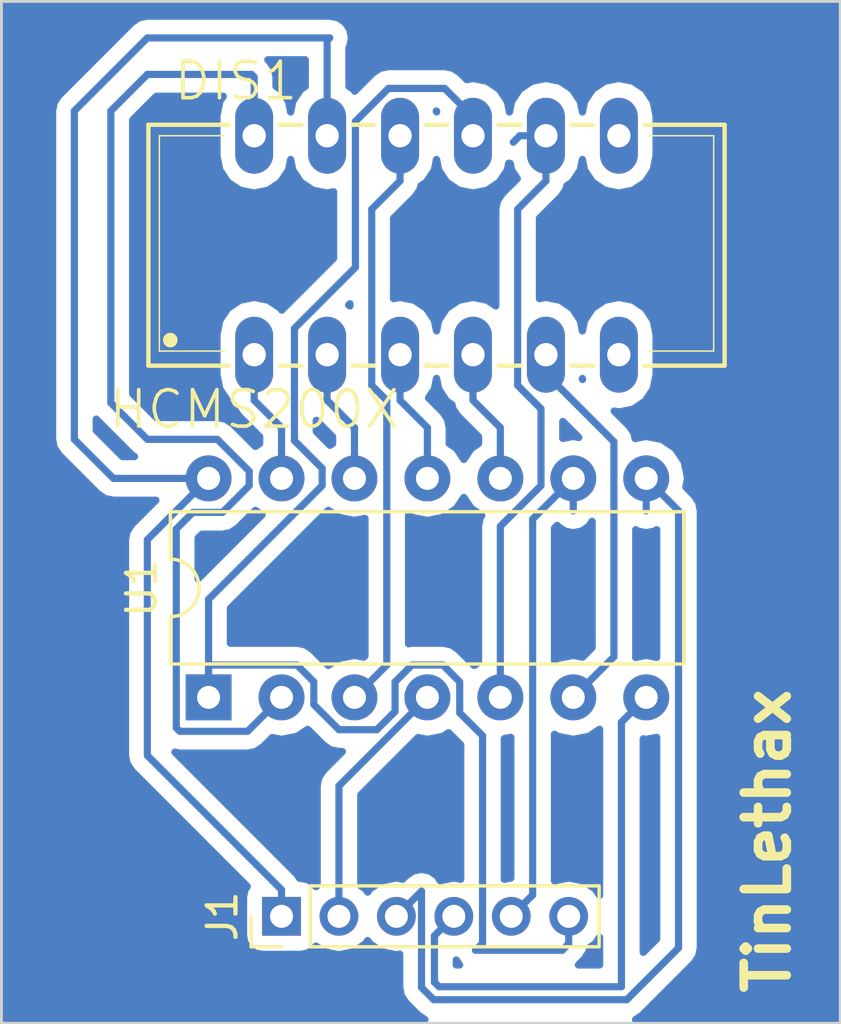
<source format=kicad_pcb>
(kicad_pcb (version 4) (host pcbnew 4.0.7)

  (general
    (links 16)
    (no_connects 0)
    (area 123.19 80.01 152.400001 118.644158)
    (thickness 1.6)
    (drawings 5)
    (tracks 110)
    (zones 0)
    (modules 3)
    (nets 17)
  )

  (page A4)
  (layers
    (0 F.Cu signal)
    (31 B.Cu signal)
    (36 B.SilkS user)
    (37 F.SilkS user)
    (38 B.Mask user)
    (39 F.Mask user)
    (44 Edge.Cuts user)
  )

  (setup
    (last_trace_width 0.1524)
    (trace_clearance 0.1524)
    (zone_clearance 0.508)
    (zone_45_only no)
    (trace_min 0.1524)
    (segment_width 0.2)
    (edge_width 0.1)
    (via_size 0.508)
    (via_drill 0.254)
    (via_min_size 0.508)
    (via_min_drill 0.254)
    (uvia_size 0.508)
    (uvia_drill 0.254)
    (uvias_allowed no)
    (uvia_min_size 0)
    (uvia_min_drill 0)
    (pcb_text_width 0.3)
    (pcb_text_size 1.5 1.5)
    (mod_edge_width 0.15)
    (mod_text_size 1 1)
    (mod_text_width 0.15)
    (pad_size 1.5 1.5)
    (pad_drill 0.6)
    (pad_to_mask_clearance 0.0508)
    (aux_axis_origin 0 0)
    (visible_elements 7FFFFFFF)
    (pcbplotparams
      (layerselection 0x010f0_80000001)
      (usegerberextensions true)
      (excludeedgelayer true)
      (linewidth 0.100000)
      (plotframeref false)
      (viasonmask false)
      (mode 1)
      (useauxorigin false)
      (hpglpennumber 1)
      (hpglpenspeed 20)
      (hpglpendiameter 15)
      (hpglpenoverlay 2)
      (psnegative false)
      (psa4output false)
      (plotreference true)
      (plotvalue true)
      (plotinvisibletext false)
      (padsonsilk false)
      (subtractmaskfromsilk false)
      (outputformat 1)
      (mirror false)
      (drillshape 0)
      (scaleselection 1)
      (outputdirectory gerber/))
  )

  (net 0 "")
  (net 1 "Net-(DIS1-Pad1)")
  (net 2 "Net-(DIS1-Pad2)")
  (net 3 "Net-(DIS1-Pad3)")
  (net 4 "Net-(DIS1-Pad4)")
  (net 5 "Net-(DIS1-Pad5)")
  (net 6 "Net-(DIS1-Pad6)")
  (net 7 "Net-(DIS1-Pad7)")
  (net 8 "Net-(DIS1-Pad8)")
  (net 9 "Net-(DIS1-Pad9)")
  (net 10 "Net-(DIS1-Pad10)")
  (net 11 "Net-(DIS1-Pad11)")
  (net 12 "Net-(DIS1-Pad12)")
  (net 13 "Net-(J1-Pad2)")
  (net 14 "Net-(J1-Pad3)")
  (net 15 "Net-(J1-Pad4)")
  (net 16 "Net-(J1-Pad5)")

  (net_class Default "This is the default net class."
    (clearance 0.1524)
    (trace_width 0.1524)
    (via_dia 0.508)
    (via_drill 0.254)
    (uvia_dia 0.508)
    (uvia_drill 0.254)
    (add_net "Net-(DIS1-Pad1)")
    (add_net "Net-(DIS1-Pad10)")
    (add_net "Net-(DIS1-Pad11)")
    (add_net "Net-(DIS1-Pad12)")
    (add_net "Net-(DIS1-Pad2)")
    (add_net "Net-(DIS1-Pad3)")
    (add_net "Net-(DIS1-Pad4)")
    (add_net "Net-(DIS1-Pad5)")
    (add_net "Net-(DIS1-Pad6)")
    (add_net "Net-(DIS1-Pad7)")
    (add_net "Net-(DIS1-Pad8)")
    (add_net "Net-(DIS1-Pad9)")
    (add_net "Net-(J1-Pad2)")
    (add_net "Net-(J1-Pad3)")
    (add_net "Net-(J1-Pad4)")
    (add_net "Net-(J1-Pad5)")
  )

  (module Housings_DIP:DIP-14_W7.62mm (layer F.Cu) (tedit 59C78D6B) (tstamp 5B5C8959)
    (at 130.4036 104.2289 90)
    (descr "14-lead though-hole mounted DIP package, row spacing 7.62 mm (300 mils)")
    (tags "THT DIP DIL PDIP 2.54mm 7.62mm 300mil")
    (path /5B499ACB)
    (fp_text reference U1 (at 3.81 -2.33 90) (layer F.SilkS)
      (effects (font (size 1 1) (thickness 0.15)))
    )
    (fp_text value ATTINY84A-PU (at 3.81 17.57 90) (layer F.Fab)
      (effects (font (size 1 1) (thickness 0.15)))
    )
    (fp_arc (start 3.81 -1.33) (end 2.81 -1.33) (angle -180) (layer F.SilkS) (width 0.12))
    (fp_line (start 1.635 -1.27) (end 6.985 -1.27) (layer F.Fab) (width 0.1))
    (fp_line (start 6.985 -1.27) (end 6.985 16.51) (layer F.Fab) (width 0.1))
    (fp_line (start 6.985 16.51) (end 0.635 16.51) (layer F.Fab) (width 0.1))
    (fp_line (start 0.635 16.51) (end 0.635 -0.27) (layer F.Fab) (width 0.1))
    (fp_line (start 0.635 -0.27) (end 1.635 -1.27) (layer F.Fab) (width 0.1))
    (fp_line (start 2.81 -1.33) (end 1.16 -1.33) (layer F.SilkS) (width 0.12))
    (fp_line (start 1.16 -1.33) (end 1.16 16.57) (layer F.SilkS) (width 0.12))
    (fp_line (start 1.16 16.57) (end 6.46 16.57) (layer F.SilkS) (width 0.12))
    (fp_line (start 6.46 16.57) (end 6.46 -1.33) (layer F.SilkS) (width 0.12))
    (fp_line (start 6.46 -1.33) (end 4.81 -1.33) (layer F.SilkS) (width 0.12))
    (fp_line (start -1.1 -1.55) (end -1.1 16.8) (layer F.CrtYd) (width 0.05))
    (fp_line (start -1.1 16.8) (end 8.7 16.8) (layer F.CrtYd) (width 0.05))
    (fp_line (start 8.7 16.8) (end 8.7 -1.55) (layer F.CrtYd) (width 0.05))
    (fp_line (start 8.7 -1.55) (end -1.1 -1.55) (layer F.CrtYd) (width 0.05))
    (fp_text user %R (at 3.81 7.62 90) (layer F.Fab)
      (effects (font (size 1 1) (thickness 0.15)))
    )
    (pad 1 thru_hole rect (at 0 0 90) (size 1.6 1.6) (drill 0.8) (layers *.Cu *.Mask)
      (net 9 "Net-(DIS1-Pad9)"))
    (pad 8 thru_hole oval (at 7.62 15.24 90) (size 1.6 1.6) (drill 0.8) (layers *.Cu *.Mask)
      (net 14 "Net-(J1-Pad3)"))
    (pad 2 thru_hole oval (at 0 2.54 90) (size 1.6 1.6) (drill 0.8) (layers *.Cu *.Mask)
      (net 12 "Net-(DIS1-Pad12)"))
    (pad 9 thru_hole oval (at 7.62 12.7 90) (size 1.6 1.6) (drill 0.8) (layers *.Cu *.Mask)
      (net 16 "Net-(J1-Pad5)"))
    (pad 3 thru_hole oval (at 0 5.08 90) (size 1.6 1.6) (drill 0.8) (layers *.Cu *.Mask)
      (net 10 "Net-(DIS1-Pad10)"))
    (pad 10 thru_hole oval (at 7.62 10.16 90) (size 1.6 1.6) (drill 0.8) (layers *.Cu *.Mask)
      (net 4 "Net-(DIS1-Pad4)"))
    (pad 4 thru_hole oval (at 0 7.62 90) (size 1.6 1.6) (drill 0.8) (layers *.Cu *.Mask)
      (net 13 "Net-(J1-Pad2)"))
    (pad 11 thru_hole oval (at 7.62 7.62 90) (size 1.6 1.6) (drill 0.8) (layers *.Cu *.Mask)
      (net 3 "Net-(DIS1-Pad3)"))
    (pad 5 thru_hole oval (at 0 10.16 90) (size 1.6 1.6) (drill 0.8) (layers *.Cu *.Mask)
      (net 8 "Net-(DIS1-Pad8)"))
    (pad 12 thru_hole oval (at 7.62 5.08 90) (size 1.6 1.6) (drill 0.8) (layers *.Cu *.Mask)
      (net 2 "Net-(DIS1-Pad2)"))
    (pad 6 thru_hole oval (at 0 12.7 90) (size 1.6 1.6) (drill 0.8) (layers *.Cu *.Mask)
      (net 5 "Net-(DIS1-Pad5)"))
    (pad 13 thru_hole oval (at 7.62 2.54 90) (size 1.6 1.6) (drill 0.8) (layers *.Cu *.Mask)
      (net 1 "Net-(DIS1-Pad1)"))
    (pad 7 thru_hole oval (at 0 15.24 90) (size 1.6 1.6) (drill 0.8) (layers *.Cu *.Mask)
      (net 15 "Net-(J1-Pad4)"))
    (pad 14 thru_hole oval (at 7.62 0 90) (size 1.6 1.6) (drill 0.8) (layers *.Cu *.Mask)
      (net 11 "Net-(DIS1-Pad11)"))
    (model ${KISYS3DMOD}/Housings_DIP.3dshapes/DIP-14_W7.62mm.wrl
      (at (xyz 0 0 0))
      (scale (xyz 1 1 1))
      (rotate (xyz 0 0 0))
    )
  )

  (module HDSP200X:HCMS200X (layer F.Cu) (tedit 200000) (tstamp 5B5C891D)
    (at 138.3411 88.4936)
    (descr "LED DISPLAY")
    (tags "LED DISPLAY")
    (path /5B499A60)
    (attr virtual)
    (fp_text reference DIS1 (at -6.985 -5.715) (layer F.SilkS)
      (effects (font (size 1.27 1.27) (thickness 0.127)))
    )
    (fp_text value HCMS200X (at -6.35 5.715) (layer F.SilkS)
      (effects (font (size 1.27 1.27) (thickness 0.127)))
    )
    (fp_line (start -8.9154 1.651) (end -8.6614 1.651) (layer Dwgs.User) (width 0.06604))
    (fp_line (start -8.6614 1.651) (end -8.6614 1.397) (layer Dwgs.User) (width 0.06604))
    (fp_line (start -8.9154 1.397) (end -8.6614 1.397) (layer Dwgs.User) (width 0.06604))
    (fp_line (start -8.9154 1.651) (end -8.9154 1.397) (layer Dwgs.User) (width 0.06604))
    (fp_line (start -8.9154 0.889) (end -8.6614 0.889) (layer Dwgs.User) (width 0.06604))
    (fp_line (start -8.6614 0.889) (end -8.6614 0.635) (layer Dwgs.User) (width 0.06604))
    (fp_line (start -8.9154 0.635) (end -8.6614 0.635) (layer Dwgs.User) (width 0.06604))
    (fp_line (start -8.9154 0.889) (end -8.9154 0.635) (layer Dwgs.User) (width 0.06604))
    (fp_line (start -8.9154 0.127) (end -8.6614 0.127) (layer Dwgs.User) (width 0.06604))
    (fp_line (start -8.6614 0.127) (end -8.6614 -0.127) (layer Dwgs.User) (width 0.06604))
    (fp_line (start -8.9154 -0.127) (end -8.6614 -0.127) (layer Dwgs.User) (width 0.06604))
    (fp_line (start -8.9154 0.127) (end -8.9154 -0.127) (layer Dwgs.User) (width 0.06604))
    (fp_line (start -8.9154 -0.635) (end -8.6614 -0.635) (layer Dwgs.User) (width 0.06604))
    (fp_line (start -8.6614 -0.635) (end -8.6614 -0.889) (layer Dwgs.User) (width 0.06604))
    (fp_line (start -8.9154 -0.889) (end -8.6614 -0.889) (layer Dwgs.User) (width 0.06604))
    (fp_line (start -8.9154 -0.635) (end -8.9154 -0.889) (layer Dwgs.User) (width 0.06604))
    (fp_line (start -8.9154 -1.397) (end -8.6614 -1.397) (layer Dwgs.User) (width 0.06604))
    (fp_line (start -8.6614 -1.397) (end -8.6614 -1.651) (layer Dwgs.User) (width 0.06604))
    (fp_line (start -8.9154 -1.651) (end -8.6614 -1.651) (layer Dwgs.User) (width 0.06604))
    (fp_line (start -8.9154 -1.397) (end -8.9154 -1.651) (layer Dwgs.User) (width 0.06604))
    (fp_line (start -8.255 2.413) (end -8.001 2.413) (layer Dwgs.User) (width 0.06604))
    (fp_line (start -8.001 2.413) (end -8.001 2.159) (layer Dwgs.User) (width 0.06604))
    (fp_line (start -8.255 2.159) (end -8.001 2.159) (layer Dwgs.User) (width 0.06604))
    (fp_line (start -8.255 2.413) (end -8.255 2.159) (layer Dwgs.User) (width 0.06604))
    (fp_line (start -8.255 0.889) (end -8.001 0.889) (layer Dwgs.User) (width 0.06604))
    (fp_line (start -8.001 0.889) (end -8.001 0.635) (layer Dwgs.User) (width 0.06604))
    (fp_line (start -8.255 0.635) (end -8.001 0.635) (layer Dwgs.User) (width 0.06604))
    (fp_line (start -8.255 0.889) (end -8.255 0.635) (layer Dwgs.User) (width 0.06604))
    (fp_line (start -8.255 -2.159) (end -8.001 -2.159) (layer Dwgs.User) (width 0.06604))
    (fp_line (start -8.001 -2.159) (end -8.001 -2.413) (layer Dwgs.User) (width 0.06604))
    (fp_line (start -8.255 -2.413) (end -8.001 -2.413) (layer Dwgs.User) (width 0.06604))
    (fp_line (start -8.255 -2.159) (end -8.255 -2.413) (layer Dwgs.User) (width 0.06604))
    (fp_line (start -7.62 2.413) (end -7.366 2.413) (layer Dwgs.User) (width 0.06604))
    (fp_line (start -7.366 2.413) (end -7.366 2.159) (layer Dwgs.User) (width 0.06604))
    (fp_line (start -7.62 2.159) (end -7.366 2.159) (layer Dwgs.User) (width 0.06604))
    (fp_line (start -7.62 2.413) (end -7.62 2.159) (layer Dwgs.User) (width 0.06604))
    (fp_line (start -7.62 0.127) (end -7.366 0.127) (layer Dwgs.User) (width 0.06604))
    (fp_line (start -7.366 0.127) (end -7.366 -0.127) (layer Dwgs.User) (width 0.06604))
    (fp_line (start -7.62 -0.127) (end -7.366 -0.127) (layer Dwgs.User) (width 0.06604))
    (fp_line (start -7.62 0.127) (end -7.62 -0.127) (layer Dwgs.User) (width 0.06604))
    (fp_line (start -7.62 -2.159) (end -7.366 -2.159) (layer Dwgs.User) (width 0.06604))
    (fp_line (start -7.366 -2.159) (end -7.366 -2.413) (layer Dwgs.User) (width 0.06604))
    (fp_line (start -7.62 -2.413) (end -7.366 -2.413) (layer Dwgs.User) (width 0.06604))
    (fp_line (start -7.62 -2.159) (end -7.62 -2.413) (layer Dwgs.User) (width 0.06604))
    (fp_line (start -6.9596 2.413) (end -6.7056 2.413) (layer Dwgs.User) (width 0.06604))
    (fp_line (start -6.7056 2.413) (end -6.7056 2.159) (layer Dwgs.User) (width 0.06604))
    (fp_line (start -6.9596 2.159) (end -6.7056 2.159) (layer Dwgs.User) (width 0.06604))
    (fp_line (start -6.9596 2.413) (end -6.9596 2.159) (layer Dwgs.User) (width 0.06604))
    (fp_line (start -6.9596 -0.635) (end -6.7056 -0.635) (layer Dwgs.User) (width 0.06604))
    (fp_line (start -6.7056 -0.635) (end -6.7056 -0.889) (layer Dwgs.User) (width 0.06604))
    (fp_line (start -6.9596 -0.889) (end -6.7056 -0.889) (layer Dwgs.User) (width 0.06604))
    (fp_line (start -6.9596 -0.635) (end -6.9596 -0.889) (layer Dwgs.User) (width 0.06604))
    (fp_line (start -6.9596 -2.159) (end -6.7056 -2.159) (layer Dwgs.User) (width 0.06604))
    (fp_line (start -6.7056 -2.159) (end -6.7056 -2.413) (layer Dwgs.User) (width 0.06604))
    (fp_line (start -6.9596 -2.413) (end -6.7056 -2.413) (layer Dwgs.User) (width 0.06604))
    (fp_line (start -6.9596 -2.159) (end -6.9596 -2.413) (layer Dwgs.User) (width 0.06604))
    (fp_line (start -6.3246 1.651) (end -6.0706 1.651) (layer Dwgs.User) (width 0.06604))
    (fp_line (start -6.0706 1.651) (end -6.0706 1.397) (layer Dwgs.User) (width 0.06604))
    (fp_line (start -6.3246 1.397) (end -6.0706 1.397) (layer Dwgs.User) (width 0.06604))
    (fp_line (start -6.3246 1.651) (end -6.3246 1.397) (layer Dwgs.User) (width 0.06604))
    (fp_line (start -6.3246 0.889) (end -6.0706 0.889) (layer Dwgs.User) (width 0.06604))
    (fp_line (start -6.0706 0.889) (end -6.0706 0.635) (layer Dwgs.User) (width 0.06604))
    (fp_line (start -6.3246 0.635) (end -6.0706 0.635) (layer Dwgs.User) (width 0.06604))
    (fp_line (start -6.3246 0.889) (end -6.3246 0.635) (layer Dwgs.User) (width 0.06604))
    (fp_line (start -6.3246 0.127) (end -6.0706 0.127) (layer Dwgs.User) (width 0.06604))
    (fp_line (start -6.0706 0.127) (end -6.0706 -0.127) (layer Dwgs.User) (width 0.06604))
    (fp_line (start -6.3246 -0.127) (end -6.0706 -0.127) (layer Dwgs.User) (width 0.06604))
    (fp_line (start -6.3246 0.127) (end -6.3246 -0.127) (layer Dwgs.User) (width 0.06604))
    (fp_line (start -6.3246 -0.635) (end -6.0706 -0.635) (layer Dwgs.User) (width 0.06604))
    (fp_line (start -6.0706 -0.635) (end -6.0706 -0.889) (layer Dwgs.User) (width 0.06604))
    (fp_line (start -6.3246 -0.889) (end -6.0706 -0.889) (layer Dwgs.User) (width 0.06604))
    (fp_line (start -6.3246 -0.635) (end -6.3246 -0.889) (layer Dwgs.User) (width 0.06604))
    (fp_line (start -6.3246 -1.397) (end -6.0706 -1.397) (layer Dwgs.User) (width 0.06604))
    (fp_line (start -6.0706 -1.397) (end -6.0706 -1.651) (layer Dwgs.User) (width 0.06604))
    (fp_line (start -6.3246 -1.651) (end -6.0706 -1.651) (layer Dwgs.User) (width 0.06604))
    (fp_line (start -6.3246 -1.397) (end -6.3246 -1.651) (layer Dwgs.User) (width 0.06604))
    (fp_line (start -3.302 2.413) (end -3.048 2.413) (layer Dwgs.User) (width 0.06604))
    (fp_line (start -3.048 2.413) (end -3.048 2.159) (layer Dwgs.User) (width 0.06604))
    (fp_line (start -3.302 2.159) (end -3.048 2.159) (layer Dwgs.User) (width 0.06604))
    (fp_line (start -3.302 2.413) (end -3.302 2.159) (layer Dwgs.User) (width 0.06604))
    (fp_line (start -3.302 -1.397) (end -3.048 -1.397) (layer Dwgs.User) (width 0.06604))
    (fp_line (start -3.048 -1.397) (end -3.048 -1.651) (layer Dwgs.User) (width 0.06604))
    (fp_line (start -3.302 -1.651) (end -3.048 -1.651) (layer Dwgs.User) (width 0.06604))
    (fp_line (start -3.302 -1.397) (end -3.302 -1.651) (layer Dwgs.User) (width 0.06604))
    (fp_line (start -2.667 2.413) (end -2.413 2.413) (layer Dwgs.User) (width 0.06604))
    (fp_line (start -2.413 2.413) (end -2.413 2.159) (layer Dwgs.User) (width 0.06604))
    (fp_line (start -2.667 2.159) (end -2.413 2.159) (layer Dwgs.User) (width 0.06604))
    (fp_line (start -2.667 2.413) (end -2.667 2.159) (layer Dwgs.User) (width 0.06604))
    (fp_line (start -2.667 1.651) (end -2.413 1.651) (layer Dwgs.User) (width 0.06604))
    (fp_line (start -2.413 1.651) (end -2.413 1.397) (layer Dwgs.User) (width 0.06604))
    (fp_line (start -2.667 1.397) (end -2.413 1.397) (layer Dwgs.User) (width 0.06604))
    (fp_line (start -2.667 1.651) (end -2.667 1.397) (layer Dwgs.User) (width 0.06604))
    (fp_line (start -2.667 0.889) (end -2.413 0.889) (layer Dwgs.User) (width 0.06604))
    (fp_line (start -2.413 0.889) (end -2.413 0.635) (layer Dwgs.User) (width 0.06604))
    (fp_line (start -2.667 0.635) (end -2.413 0.635) (layer Dwgs.User) (width 0.06604))
    (fp_line (start -2.667 0.889) (end -2.667 0.635) (layer Dwgs.User) (width 0.06604))
    (fp_line (start -2.667 0.127) (end -2.413 0.127) (layer Dwgs.User) (width 0.06604))
    (fp_line (start -2.413 0.127) (end -2.413 -0.127) (layer Dwgs.User) (width 0.06604))
    (fp_line (start -2.667 -0.127) (end -2.413 -0.127) (layer Dwgs.User) (width 0.06604))
    (fp_line (start -2.667 0.127) (end -2.667 -0.127) (layer Dwgs.User) (width 0.06604))
    (fp_line (start -2.667 -0.635) (end -2.413 -0.635) (layer Dwgs.User) (width 0.06604))
    (fp_line (start -2.413 -0.635) (end -2.413 -0.889) (layer Dwgs.User) (width 0.06604))
    (fp_line (start -2.667 -0.889) (end -2.413 -0.889) (layer Dwgs.User) (width 0.06604))
    (fp_line (start -2.667 -0.635) (end -2.667 -0.889) (layer Dwgs.User) (width 0.06604))
    (fp_line (start -2.667 -1.397) (end -2.413 -1.397) (layer Dwgs.User) (width 0.06604))
    (fp_line (start -2.413 -1.397) (end -2.413 -1.651) (layer Dwgs.User) (width 0.06604))
    (fp_line (start -2.667 -1.651) (end -2.413 -1.651) (layer Dwgs.User) (width 0.06604))
    (fp_line (start -2.667 -1.397) (end -2.667 -1.651) (layer Dwgs.User) (width 0.06604))
    (fp_line (start -2.667 -2.159) (end -2.413 -2.159) (layer Dwgs.User) (width 0.06604))
    (fp_line (start -2.413 -2.159) (end -2.413 -2.413) (layer Dwgs.User) (width 0.06604))
    (fp_line (start -2.667 -2.413) (end -2.413 -2.413) (layer Dwgs.User) (width 0.06604))
    (fp_line (start -2.667 -2.159) (end -2.667 -2.413) (layer Dwgs.User) (width 0.06604))
    (fp_line (start -2.0066 2.413) (end -1.7526 2.413) (layer Dwgs.User) (width 0.06604))
    (fp_line (start -1.7526 2.413) (end -1.7526 2.159) (layer Dwgs.User) (width 0.06604))
    (fp_line (start -2.0066 2.159) (end -1.7526 2.159) (layer Dwgs.User) (width 0.06604))
    (fp_line (start -2.0066 2.413) (end -2.0066 2.159) (layer Dwgs.User) (width 0.06604))
    (fp_line (start 1.1176 2.413) (end 1.3716 2.413) (layer Dwgs.User) (width 0.06604))
    (fp_line (start 1.3716 2.413) (end 1.3716 2.159) (layer Dwgs.User) (width 0.06604))
    (fp_line (start 1.1176 2.159) (end 1.3716 2.159) (layer Dwgs.User) (width 0.06604))
    (fp_line (start 1.1176 2.413) (end 1.1176 2.159) (layer Dwgs.User) (width 0.06604))
    (fp_line (start 1.1176 1.651) (end 1.3716 1.651) (layer Dwgs.User) (width 0.06604))
    (fp_line (start 1.3716 1.651) (end 1.3716 1.397) (layer Dwgs.User) (width 0.06604))
    (fp_line (start 1.1176 1.397) (end 1.3716 1.397) (layer Dwgs.User) (width 0.06604))
    (fp_line (start 1.1176 1.651) (end 1.1176 1.397) (layer Dwgs.User) (width 0.06604))
    (fp_line (start 1.1176 0.889) (end 1.3716 0.889) (layer Dwgs.User) (width 0.06604))
    (fp_line (start 1.3716 0.889) (end 1.3716 0.635) (layer Dwgs.User) (width 0.06604))
    (fp_line (start 1.1176 0.635) (end 1.3716 0.635) (layer Dwgs.User) (width 0.06604))
    (fp_line (start 1.1176 0.889) (end 1.1176 0.635) (layer Dwgs.User) (width 0.06604))
    (fp_line (start 1.1176 -1.397) (end 1.3716 -1.397) (layer Dwgs.User) (width 0.06604))
    (fp_line (start 1.3716 -1.397) (end 1.3716 -1.651) (layer Dwgs.User) (width 0.06604))
    (fp_line (start 1.1176 -1.651) (end 1.3716 -1.651) (layer Dwgs.User) (width 0.06604))
    (fp_line (start 1.1176 -1.397) (end 1.1176 -1.651) (layer Dwgs.User) (width 0.06604))
    (fp_line (start 1.778 2.413) (end 2.032 2.413) (layer Dwgs.User) (width 0.06604))
    (fp_line (start 2.032 2.413) (end 2.032 2.159) (layer Dwgs.User) (width 0.06604))
    (fp_line (start 1.778 2.159) (end 2.032 2.159) (layer Dwgs.User) (width 0.06604))
    (fp_line (start 1.778 2.413) (end 1.778 2.159) (layer Dwgs.User) (width 0.06604))
    (fp_line (start 1.778 0.127) (end 2.032 0.127) (layer Dwgs.User) (width 0.06604))
    (fp_line (start 2.032 0.127) (end 2.032 -0.127) (layer Dwgs.User) (width 0.06604))
    (fp_line (start 1.778 -0.127) (end 2.032 -0.127) (layer Dwgs.User) (width 0.06604))
    (fp_line (start 1.778 0.127) (end 1.778 -0.127) (layer Dwgs.User) (width 0.06604))
    (fp_line (start 1.778 -2.159) (end 2.032 -2.159) (layer Dwgs.User) (width 0.06604))
    (fp_line (start 2.032 -2.159) (end 2.032 -2.413) (layer Dwgs.User) (width 0.06604))
    (fp_line (start 1.778 -2.413) (end 2.032 -2.413) (layer Dwgs.User) (width 0.06604))
    (fp_line (start 1.778 -2.159) (end 1.778 -2.413) (layer Dwgs.User) (width 0.06604))
    (fp_line (start 2.413 2.413) (end 2.667 2.413) (layer Dwgs.User) (width 0.06604))
    (fp_line (start 2.667 2.413) (end 2.667 2.159) (layer Dwgs.User) (width 0.06604))
    (fp_line (start 2.413 2.159) (end 2.667 2.159) (layer Dwgs.User) (width 0.06604))
    (fp_line (start 2.413 2.413) (end 2.413 2.159) (layer Dwgs.User) (width 0.06604))
    (fp_line (start 2.413 0.127) (end 2.667 0.127) (layer Dwgs.User) (width 0.06604))
    (fp_line (start 2.667 0.127) (end 2.667 -0.127) (layer Dwgs.User) (width 0.06604))
    (fp_line (start 2.413 -0.127) (end 2.667 -0.127) (layer Dwgs.User) (width 0.06604))
    (fp_line (start 2.413 0.127) (end 2.413 -0.127) (layer Dwgs.User) (width 0.06604))
    (fp_line (start 2.413 -2.159) (end 2.667 -2.159) (layer Dwgs.User) (width 0.06604))
    (fp_line (start 2.667 -2.159) (end 2.667 -2.413) (layer Dwgs.User) (width 0.06604))
    (fp_line (start 2.413 -2.413) (end 2.667 -2.413) (layer Dwgs.User) (width 0.06604))
    (fp_line (start 2.413 -2.159) (end 2.413 -2.413) (layer Dwgs.User) (width 0.06604))
    (fp_line (start 3.0734 2.413) (end 3.3274 2.413) (layer Dwgs.User) (width 0.06604))
    (fp_line (start 3.3274 2.413) (end 3.3274 2.159) (layer Dwgs.User) (width 0.06604))
    (fp_line (start 3.0734 2.159) (end 3.3274 2.159) (layer Dwgs.User) (width 0.06604))
    (fp_line (start 3.0734 2.413) (end 3.0734 2.159) (layer Dwgs.User) (width 0.06604))
    (fp_line (start 3.0734 0.127) (end 3.3274 0.127) (layer Dwgs.User) (width 0.06604))
    (fp_line (start 3.3274 0.127) (end 3.3274 -0.127) (layer Dwgs.User) (width 0.06604))
    (fp_line (start 3.0734 -0.127) (end 3.3274 -0.127) (layer Dwgs.User) (width 0.06604))
    (fp_line (start 3.0734 0.127) (end 3.0734 -0.127) (layer Dwgs.User) (width 0.06604))
    (fp_line (start 3.0734 -2.159) (end 3.3274 -2.159) (layer Dwgs.User) (width 0.06604))
    (fp_line (start 3.3274 -2.159) (end 3.3274 -2.413) (layer Dwgs.User) (width 0.06604))
    (fp_line (start 3.0734 -2.413) (end 3.3274 -2.413) (layer Dwgs.User) (width 0.06604))
    (fp_line (start 3.0734 -2.159) (end 3.0734 -2.413) (layer Dwgs.User) (width 0.06604))
    (fp_line (start 3.7084 2.413) (end 3.9624 2.413) (layer Dwgs.User) (width 0.06604))
    (fp_line (start 3.9624 2.413) (end 3.9624 2.159) (layer Dwgs.User) (width 0.06604))
    (fp_line (start 3.7084 2.159) (end 3.9624 2.159) (layer Dwgs.User) (width 0.06604))
    (fp_line (start 3.7084 2.413) (end 3.7084 2.159) (layer Dwgs.User) (width 0.06604))
    (fp_line (start 3.7084 -0.635) (end 3.9624 -0.635) (layer Dwgs.User) (width 0.06604))
    (fp_line (start 3.9624 -0.635) (end 3.9624 -0.889) (layer Dwgs.User) (width 0.06604))
    (fp_line (start 3.7084 -0.889) (end 3.9624 -0.889) (layer Dwgs.User) (width 0.06604))
    (fp_line (start 3.7084 -0.635) (end 3.7084 -0.889) (layer Dwgs.User) (width 0.06604))
    (fp_line (start 3.7084 -1.397) (end 3.9624 -1.397) (layer Dwgs.User) (width 0.06604))
    (fp_line (start 3.9624 -1.397) (end 3.9624 -1.651) (layer Dwgs.User) (width 0.06604))
    (fp_line (start 3.7084 -1.651) (end 3.9624 -1.651) (layer Dwgs.User) (width 0.06604))
    (fp_line (start 3.7084 -1.397) (end 3.7084 -1.651) (layer Dwgs.User) (width 0.06604))
    (fp_line (start 6.0706 1.651) (end 6.3246 1.651) (layer Dwgs.User) (width 0.06604))
    (fp_line (start 6.3246 1.651) (end 6.3246 1.397) (layer Dwgs.User) (width 0.06604))
    (fp_line (start 6.0706 1.397) (end 6.3246 1.397) (layer Dwgs.User) (width 0.06604))
    (fp_line (start 6.0706 1.651) (end 6.0706 1.397) (layer Dwgs.User) (width 0.06604))
    (fp_line (start 6.0706 -1.397) (end 6.3246 -1.397) (layer Dwgs.User) (width 0.06604))
    (fp_line (start 6.3246 -1.397) (end 6.3246 -1.651) (layer Dwgs.User) (width 0.06604))
    (fp_line (start 6.0706 -1.651) (end 6.3246 -1.651) (layer Dwgs.User) (width 0.06604))
    (fp_line (start 6.0706 -1.397) (end 6.0706 -1.651) (layer Dwgs.User) (width 0.06604))
    (fp_line (start 6.731 2.413) (end 6.985 2.413) (layer Dwgs.User) (width 0.06604))
    (fp_line (start 6.985 2.413) (end 6.985 2.159) (layer Dwgs.User) (width 0.06604))
    (fp_line (start 6.731 2.159) (end 6.985 2.159) (layer Dwgs.User) (width 0.06604))
    (fp_line (start 6.731 2.413) (end 6.731 2.159) (layer Dwgs.User) (width 0.06604))
    (fp_line (start 6.731 -2.159) (end 6.985 -2.159) (layer Dwgs.User) (width 0.06604))
    (fp_line (start 6.985 -2.159) (end 6.985 -2.413) (layer Dwgs.User) (width 0.06604))
    (fp_line (start 6.731 -2.413) (end 6.985 -2.413) (layer Dwgs.User) (width 0.06604))
    (fp_line (start 6.731 -2.159) (end 6.731 -2.413) (layer Dwgs.User) (width 0.06604))
    (fp_line (start 7.366 2.413) (end 7.62 2.413) (layer Dwgs.User) (width 0.06604))
    (fp_line (start 7.62 2.413) (end 7.62 2.159) (layer Dwgs.User) (width 0.06604))
    (fp_line (start 7.366 2.159) (end 7.62 2.159) (layer Dwgs.User) (width 0.06604))
    (fp_line (start 7.366 2.413) (end 7.366 2.159) (layer Dwgs.User) (width 0.06604))
    (fp_line (start 7.366 0.127) (end 7.62 0.127) (layer Dwgs.User) (width 0.06604))
    (fp_line (start 7.62 0.127) (end 7.62 -0.127) (layer Dwgs.User) (width 0.06604))
    (fp_line (start 7.366 -0.127) (end 7.62 -0.127) (layer Dwgs.User) (width 0.06604))
    (fp_line (start 7.366 0.127) (end 7.366 -0.127) (layer Dwgs.User) (width 0.06604))
    (fp_line (start 7.366 -2.159) (end 7.62 -2.159) (layer Dwgs.User) (width 0.06604))
    (fp_line (start 7.62 -2.159) (end 7.62 -2.413) (layer Dwgs.User) (width 0.06604))
    (fp_line (start 7.366 -2.413) (end 7.62 -2.413) (layer Dwgs.User) (width 0.06604))
    (fp_line (start 7.366 -2.159) (end 7.366 -2.413) (layer Dwgs.User) (width 0.06604))
    (fp_line (start 8.0264 2.413) (end 8.2804 2.413) (layer Dwgs.User) (width 0.06604))
    (fp_line (start 8.2804 2.413) (end 8.2804 2.159) (layer Dwgs.User) (width 0.06604))
    (fp_line (start 8.0264 2.159) (end 8.2804 2.159) (layer Dwgs.User) (width 0.06604))
    (fp_line (start 8.0264 2.413) (end 8.0264 2.159) (layer Dwgs.User) (width 0.06604))
    (fp_line (start 8.0264 0.127) (end 8.2804 0.127) (layer Dwgs.User) (width 0.06604))
    (fp_line (start 8.2804 0.127) (end 8.2804 -0.127) (layer Dwgs.User) (width 0.06604))
    (fp_line (start 8.0264 -0.127) (end 8.2804 -0.127) (layer Dwgs.User) (width 0.06604))
    (fp_line (start 8.0264 0.127) (end 8.0264 -0.127) (layer Dwgs.User) (width 0.06604))
    (fp_line (start 8.0264 -2.159) (end 8.2804 -2.159) (layer Dwgs.User) (width 0.06604))
    (fp_line (start 8.2804 -2.159) (end 8.2804 -2.413) (layer Dwgs.User) (width 0.06604))
    (fp_line (start 8.0264 -2.413) (end 8.2804 -2.413) (layer Dwgs.User) (width 0.06604))
    (fp_line (start 8.0264 -2.159) (end 8.0264 -2.413) (layer Dwgs.User) (width 0.06604))
    (fp_line (start 8.6614 1.651) (end 8.9154 1.651) (layer Dwgs.User) (width 0.06604))
    (fp_line (start 8.9154 1.651) (end 8.9154 1.397) (layer Dwgs.User) (width 0.06604))
    (fp_line (start 8.6614 1.397) (end 8.9154 1.397) (layer Dwgs.User) (width 0.06604))
    (fp_line (start 8.6614 1.651) (end 8.6614 1.397) (layer Dwgs.User) (width 0.06604))
    (fp_line (start 8.6614 0.889) (end 8.9154 0.889) (layer Dwgs.User) (width 0.06604))
    (fp_line (start 8.9154 0.889) (end 8.9154 0.635) (layer Dwgs.User) (width 0.06604))
    (fp_line (start 8.6614 0.635) (end 8.9154 0.635) (layer Dwgs.User) (width 0.06604))
    (fp_line (start 8.6614 0.889) (end 8.6614 0.635) (layer Dwgs.User) (width 0.06604))
    (fp_line (start 8.6614 -0.635) (end 8.9154 -0.635) (layer Dwgs.User) (width 0.06604))
    (fp_line (start 8.9154 -0.635) (end 8.9154 -0.889) (layer Dwgs.User) (width 0.06604))
    (fp_line (start 8.6614 -0.889) (end 8.9154 -0.889) (layer Dwgs.User) (width 0.06604))
    (fp_line (start 8.6614 -0.635) (end 8.6614 -0.889) (layer Dwgs.User) (width 0.06604))
    (fp_line (start 8.6614 -1.397) (end 8.9154 -1.397) (layer Dwgs.User) (width 0.06604))
    (fp_line (start 8.9154 -1.397) (end 8.9154 -1.651) (layer Dwgs.User) (width 0.06604))
    (fp_line (start 8.6614 -1.651) (end 8.9154 -1.651) (layer Dwgs.User) (width 0.06604))
    (fp_line (start 8.6614 -1.397) (end 8.6614 -1.651) (layer Dwgs.User) (width 0.06604))
    (fp_line (start 10.033 4.191) (end 10.033 -4.191) (layer F.SilkS) (width 0.1524))
    (fp_line (start -10.033 -4.191) (end -10.033 4.191) (layer F.SilkS) (width 0.1524))
    (fp_line (start -9.652 3.683) (end -9.652 -3.81) (layer F.SilkS) (width 0.0508))
    (fp_line (start 9.652 -3.81) (end 9.652 3.683) (layer F.SilkS) (width 0.0508))
    (fp_line (start 10.033 4.191) (end 7.23646 4.191) (layer F.SilkS) (width 0.1524))
    (fp_line (start 5.461 4.191) (end 7.23646 4.191) (layer Dwgs.User) (width 0.1524))
    (fp_line (start 5.461 4.191) (end 4.699 4.191) (layer F.SilkS) (width 0.1524))
    (fp_line (start 4.699 4.191) (end 2.921 4.191) (layer Dwgs.User) (width 0.1524))
    (fp_line (start 2.921 4.191) (end 2.159 4.191) (layer F.SilkS) (width 0.1524))
    (fp_line (start 2.159 4.191) (end 0.381 4.191) (layer Dwgs.User) (width 0.1524))
    (fp_line (start 0.381 4.191) (end -0.381 4.191) (layer F.SilkS) (width 0.1524))
    (fp_line (start -0.381 4.191) (end -2.159 4.191) (layer Dwgs.User) (width 0.1524))
    (fp_line (start -2.159 4.191) (end -2.921 4.191) (layer F.SilkS) (width 0.1524))
    (fp_line (start -4.699 4.191) (end -2.921 4.191) (layer Dwgs.User) (width 0.1524))
    (fp_line (start -4.699 4.191) (end -5.461 4.191) (layer F.SilkS) (width 0.1524))
    (fp_line (start -5.461 4.191) (end -7.23646 4.191) (layer Dwgs.User) (width 0.1524))
    (fp_line (start -7.23646 4.191) (end -10.033 4.191) (layer F.SilkS) (width 0.1524))
    (fp_line (start 10.033 -4.191) (end 7.23646 -4.191) (layer F.SilkS) (width 0.1524))
    (fp_line (start 5.461 -4.191) (end 7.23646 -4.191) (layer Dwgs.User) (width 0.1524))
    (fp_line (start 5.461 -4.191) (end 4.699 -4.191) (layer F.SilkS) (width 0.1524))
    (fp_line (start 4.699 -4.191) (end 2.921 -4.191) (layer Dwgs.User) (width 0.1524))
    (fp_line (start 2.921 -4.191) (end 2.159 -4.191) (layer F.SilkS) (width 0.1524))
    (fp_line (start 0.381 -4.191) (end 2.159 -4.191) (layer Dwgs.User) (width 0.1524))
    (fp_line (start 0.381 -4.191) (end -0.381 -4.191) (layer F.SilkS) (width 0.1524))
    (fp_line (start -0.381 -4.191) (end -2.159 -4.191) (layer Dwgs.User) (width 0.1524))
    (fp_line (start -2.159 -4.191) (end -2.921 -4.191) (layer F.SilkS) (width 0.1524))
    (fp_line (start -4.699 -4.191) (end -2.921 -4.191) (layer Dwgs.User) (width 0.1524))
    (fp_line (start -4.699 -4.191) (end -5.461 -4.191) (layer F.SilkS) (width 0.1524))
    (fp_line (start -7.23646 -4.191) (end -5.461 -4.191) (layer Dwgs.User) (width 0.1524))
    (fp_line (start -7.23646 -4.191) (end -10.033 -4.191) (layer F.SilkS) (width 0.1524))
    (fp_line (start 9.652 -3.81) (end 7.366 -3.81) (layer F.SilkS) (width 0.0508))
    (fp_line (start -7.366 -3.81) (end 7.366 -3.81) (layer Dwgs.User) (width 0.0508))
    (fp_line (start -7.366 -3.81) (end -9.652 -3.81) (layer F.SilkS) (width 0.0508))
    (fp_line (start 9.652 3.683) (end 7.366 3.683) (layer F.SilkS) (width 0.0508))
    (fp_line (start -7.366 3.683) (end 7.366 3.683) (layer Dwgs.User) (width 0.0508))
    (fp_line (start -7.366 3.683) (end -9.652 3.683) (layer F.SilkS) (width 0.0508))
    (fp_circle (center -9.271 3.302) (end -9.271 3.175) (layer F.SilkS) (width 0.254))
    (pad 1 thru_hole oval (at -6.35 3.81 180) (size 1.3208 2.6416) (drill 0.8128) (layers *.Cu *.Paste *.Mask)
      (net 1 "Net-(DIS1-Pad1)"))
    (pad 2 thru_hole oval (at -3.81 3.81 180) (size 1.3208 2.6416) (drill 0.8128) (layers *.Cu *.Paste *.Mask)
      (net 2 "Net-(DIS1-Pad2)"))
    (pad 3 thru_hole oval (at -1.27 3.81 180) (size 1.3208 2.6416) (drill 0.8128) (layers *.Cu *.Paste *.Mask)
      (net 3 "Net-(DIS1-Pad3)"))
    (pad 4 thru_hole oval (at 1.27 3.81 180) (size 1.3208 2.6416) (drill 0.8128) (layers *.Cu *.Paste *.Mask)
      (net 4 "Net-(DIS1-Pad4)"))
    (pad 5 thru_hole oval (at 3.81 3.81 180) (size 1.3208 2.6416) (drill 0.8128) (layers *.Cu *.Paste *.Mask)
      (net 5 "Net-(DIS1-Pad5)"))
    (pad 6 thru_hole oval (at 6.35 3.81 180) (size 1.3208 2.6416) (drill 0.8128) (layers *.Cu *.Paste *.Mask)
      (net 6 "Net-(DIS1-Pad6)"))
    (pad 7 thru_hole oval (at 6.35 -3.81 180) (size 1.3208 2.6416) (drill 0.8128) (layers *.Cu *.Paste *.Mask)
      (net 7 "Net-(DIS1-Pad7)"))
    (pad 8 thru_hole oval (at 3.81 -3.81 180) (size 1.3208 2.6416) (drill 0.8128) (layers *.Cu *.Paste *.Mask)
      (net 8 "Net-(DIS1-Pad8)"))
    (pad 9 thru_hole oval (at 1.27 -3.81 180) (size 1.3208 2.6416) (drill 0.8128) (layers *.Cu *.Paste *.Mask)
      (net 9 "Net-(DIS1-Pad9)"))
    (pad 10 thru_hole oval (at -1.27 -3.81 180) (size 1.3208 2.6416) (drill 0.8128) (layers *.Cu *.Paste *.Mask)
      (net 10 "Net-(DIS1-Pad10)"))
    (pad 11 thru_hole oval (at -3.81 -3.81 180) (size 1.3208 2.6416) (drill 0.8128) (layers *.Cu *.Paste *.Mask)
      (net 11 "Net-(DIS1-Pad11)"))
    (pad 12 thru_hole oval (at -6.35 -3.81 180) (size 1.3208 2.6416) (drill 0.8128) (layers *.Cu *.Paste *.Mask)
      (net 12 "Net-(DIS1-Pad12)"))
  )

  (module Pin_Headers:Pin_Header_Straight_1x06_Pitch2.00mm (layer F.Cu) (tedit 59650533) (tstamp 5B5C8937)
    (at 132.9436 111.8489 90)
    (descr "Through hole straight pin header, 1x06, 2.00mm pitch, single row")
    (tags "Through hole pin header THT 1x06 2.00mm single row")
    (path /5B499F02)
    (fp_text reference J1 (at 0 -2.06 90) (layer F.SilkS)
      (effects (font (size 1 1) (thickness 0.15)))
    )
    (fp_text value Conn_01x06_Male (at 0 12.06 90) (layer F.Fab)
      (effects (font (size 1 1) (thickness 0.15)))
    )
    (fp_line (start -0.5 -1) (end 1 -1) (layer F.Fab) (width 0.1))
    (fp_line (start 1 -1) (end 1 11) (layer F.Fab) (width 0.1))
    (fp_line (start 1 11) (end -1 11) (layer F.Fab) (width 0.1))
    (fp_line (start -1 11) (end -1 -0.5) (layer F.Fab) (width 0.1))
    (fp_line (start -1 -0.5) (end -0.5 -1) (layer F.Fab) (width 0.1))
    (fp_line (start -1.06 11.06) (end 1.06 11.06) (layer F.SilkS) (width 0.12))
    (fp_line (start -1.06 1) (end -1.06 11.06) (layer F.SilkS) (width 0.12))
    (fp_line (start 1.06 1) (end 1.06 11.06) (layer F.SilkS) (width 0.12))
    (fp_line (start -1.06 1) (end 1.06 1) (layer F.SilkS) (width 0.12))
    (fp_line (start -1.06 0) (end -1.06 -1.06) (layer F.SilkS) (width 0.12))
    (fp_line (start -1.06 -1.06) (end 0 -1.06) (layer F.SilkS) (width 0.12))
    (fp_line (start -1.5 -1.5) (end -1.5 11.5) (layer F.CrtYd) (width 0.05))
    (fp_line (start -1.5 11.5) (end 1.5 11.5) (layer F.CrtYd) (width 0.05))
    (fp_line (start 1.5 11.5) (end 1.5 -1.5) (layer F.CrtYd) (width 0.05))
    (fp_line (start 1.5 -1.5) (end -1.5 -1.5) (layer F.CrtYd) (width 0.05))
    (fp_text user %R (at 0 5 180) (layer F.Fab)
      (effects (font (size 1 1) (thickness 0.15)))
    )
    (pad 1 thru_hole rect (at 0 0 90) (size 1.35 1.35) (drill 0.8) (layers *.Cu *.Mask)
      (net 11 "Net-(DIS1-Pad11)"))
    (pad 2 thru_hole oval (at 0 2 90) (size 1.35 1.35) (drill 0.8) (layers *.Cu *.Mask)
      (net 13 "Net-(J1-Pad2)"))
    (pad 3 thru_hole oval (at 0 4 90) (size 1.35 1.35) (drill 0.8) (layers *.Cu *.Mask)
      (net 14 "Net-(J1-Pad3)"))
    (pad 4 thru_hole oval (at 0 6 90) (size 1.35 1.35) (drill 0.8) (layers *.Cu *.Mask)
      (net 15 "Net-(J1-Pad4)"))
    (pad 5 thru_hole oval (at 0 8 90) (size 1.35 1.35) (drill 0.8) (layers *.Cu *.Mask)
      (net 16 "Net-(J1-Pad5)"))
    (pad 6 thru_hole oval (at 0 10 90) (size 1.35 1.35) (drill 0.8) (layers *.Cu *.Mask)
      (net 9 "Net-(DIS1-Pad9)"))
    (model ${KISYS3DMOD}/Pin_Headers.3dshapes/Pin_Header_Straight_1x06_Pitch2.00mm.wrl
      (at (xyz 0 0 0))
      (scale (xyz 1 1 1))
      (rotate (xyz 0 0 0))
    )
  )

  (gr_line (start 123.19 115.57) (end 123.19 80.01) (layer Edge.Cuts) (width 0.1))
  (gr_line (start 152.4 115.57) (end 123.19 115.57) (layer Edge.Cuts) (width 0.1))
  (gr_line (start 152.4 80.01) (end 152.4 115.57) (layer Edge.Cuts) (width 0.1))
  (gr_line (start 123.19 80.01) (end 152.4 80.01) (layer Edge.Cuts) (width 0.1))
  (gr_text TinLethax (at 149.86 109.22 90) (layer F.SilkS)
    (effects (font (size 1.5 1.5) (thickness 0.3)))
  )

  (segment (start 132.9436 94.8436) (end 131.9911 93.8911) (width 0.25) (layer B.Cu) (net 1))
  (segment (start 131.9911 93.8911) (end 131.9911 92.3036) (width 0.25) (layer B.Cu) (net 1))
  (segment (start 132.9436 96.6089) (end 132.9436 94.8436) (width 0.25) (layer B.Cu) (net 1))
  (segment (start 135.4836 94.8436) (end 134.5311 93.8911) (width 0.25) (layer B.Cu) (net 2))
  (segment (start 134.5311 93.8911) (end 134.5311 92.3036) (width 0.25) (layer B.Cu) (net 2))
  (segment (start 135.4836 96.6089) (end 135.4836 94.8436) (width 0.25) (layer B.Cu) (net 2))
  (segment (start 138.0236 94.8436) (end 137.0711 93.8911) (width 0.25) (layer B.Cu) (net 3))
  (segment (start 137.0711 93.8911) (end 137.0711 92.3036) (width 0.25) (layer B.Cu) (net 3))
  (segment (start 138.0236 96.6089) (end 138.0236 94.8436) (width 0.25) (layer B.Cu) (net 3))
  (segment (start 137.0711 92.3036) (end 137.0711 92.964) (width 0.25) (layer B.Cu) (net 3))
  (segment (start 140.5636 94.8436) (end 139.6111 93.8911) (width 0.25) (layer B.Cu) (net 4))
  (segment (start 139.6111 93.8911) (end 139.6111 92.3036) (width 0.25) (layer B.Cu) (net 4))
  (segment (start 140.5636 96.6089) (end 140.5636 94.8436) (width 0.25) (layer B.Cu) (net 4))
  (segment (start 143.1036 104.2289) (end 144.518599 102.813901) (width 0.25) (layer B.Cu) (net 5))
  (segment (start 144.518599 102.813901) (end 144.518599 95.331499) (width 0.25) (layer B.Cu) (net 5))
  (segment (start 144.518599 95.331499) (end 142.1511 92.964) (width 0.25) (layer B.Cu) (net 5))
  (segment (start 142.1511 92.964) (end 142.1511 92.3036) (width 0.25) (layer B.Cu) (net 5))
  (segment (start 140.5636 104.2289) (end 140.5636 98.273902) (width 0.25) (layer B.Cu) (net 8))
  (segment (start 140.5636 98.273902) (end 141.978599 96.858903) (width 0.25) (layer B.Cu) (net 8))
  (segment (start 141.16569 93.37217) (end 141.16569 87.23981) (width 0.25) (layer B.Cu) (net 8))
  (segment (start 141.978599 96.858903) (end 141.978599 94.185079) (width 0.25) (layer B.Cu) (net 8))
  (segment (start 141.978599 94.185079) (end 141.16569 93.37217) (width 0.25) (layer B.Cu) (net 8))
  (segment (start 141.16569 87.23981) (end 142.1511 86.2544) (width 0.25) (layer B.Cu) (net 8))
  (segment (start 142.1511 86.2544) (end 142.1511 84.6836) (width 0.25) (layer B.Cu) (net 8))
  (segment (start 141.2407 84.6836) (end 141.01361 84.91069) (width 0.25) (layer B.Cu) (net 8))
  (segment (start 142.1511 84.6836) (end 141.2407 84.6836) (width 0.25) (layer B.Cu) (net 8))
  (segment (start 139.7 113.03) (end 139.9436 112.7864) (width 0.25) (layer B.Cu) (net 9))
  (segment (start 137.483599 103.103899) (end 136.898599 103.688899) (width 0.25) (layer B.Cu) (net 9))
  (segment (start 136.898599 104.717491) (end 136.262189 105.353901) (width 0.25) (layer B.Cu) (net 9))
  (segment (start 134.068601 103.688899) (end 133.483601 103.103899) (width 0.25) (layer B.Cu) (net 9))
  (segment (start 139.9436 112.7864) (end 139.9436 105.5639) (width 0.25) (layer B.Cu) (net 9))
  (segment (start 139.9436 105.5639) (end 139.148601 104.768901) (width 0.25) (layer B.Cu) (net 9))
  (segment (start 139.148601 103.688899) (end 138.563601 103.103899) (width 0.25) (layer B.Cu) (net 9))
  (segment (start 136.262189 105.353901) (end 134.943599 105.353901) (width 0.25) (layer B.Cu) (net 9))
  (segment (start 139.148601 104.768901) (end 139.148601 103.688899) (width 0.25) (layer B.Cu) (net 9))
  (segment (start 138.563601 103.103899) (end 137.483599 103.103899) (width 0.25) (layer B.Cu) (net 9))
  (segment (start 136.898599 103.688899) (end 136.898599 104.717491) (width 0.25) (layer B.Cu) (net 9))
  (segment (start 134.943599 105.353901) (end 134.068601 104.478903) (width 0.25) (layer B.Cu) (net 9))
  (segment (start 134.068601 104.478903) (end 134.068601 103.688899) (width 0.25) (layer B.Cu) (net 9))
  (segment (start 133.483601 103.103899) (end 130.478601 103.103899) (width 0.25) (layer B.Cu) (net 9))
  (segment (start 130.478601 103.103899) (end 130.4036 103.1789) (width 0.25) (layer B.Cu) (net 9))
  (segment (start 130.4036 103.1789) (end 130.4036 104.2289) (width 0.25) (layer B.Cu) (net 9))
  (segment (start 142.717094 113.03) (end 139.7 113.03) (width 0.25) (layer B.Cu) (net 9))
  (segment (start 142.9436 111.8489) (end 142.9436 112.803494) (width 0.25) (layer B.Cu) (net 9))
  (segment (start 142.9436 112.803494) (end 142.717094 113.03) (width 0.25) (layer B.Cu) (net 9))
  (segment (start 139.6111 84.6836) (end 139.6111 84.0232) (width 0.25) (layer B.Cu) (net 9))
  (segment (start 139.6111 84.0232) (end 138.62569 83.03779) (width 0.25) (layer B.Cu) (net 9))
  (segment (start 133.39361 95.29361) (end 134.358599 96.258599) (width 0.25) (layer B.Cu) (net 9))
  (segment (start 138.62569 83.03779) (end 136.66293 83.03779) (width 0.25) (layer B.Cu) (net 9))
  (segment (start 136.66293 83.03779) (end 135.51651 84.18421) (width 0.25) (layer B.Cu) (net 9))
  (segment (start 135.51651 84.18421) (end 135.51651 89.26421) (width 0.25) (layer B.Cu) (net 9))
  (segment (start 135.51651 89.26421) (end 133.39361 91.38711) (width 0.25) (layer B.Cu) (net 9))
  (segment (start 133.39361 91.38711) (end 133.39361 95.29361) (width 0.25) (layer B.Cu) (net 9))
  (segment (start 130.4036 100.813902) (end 130.4036 104.2289) (width 0.25) (layer B.Cu) (net 9))
  (segment (start 134.358599 96.258599) (end 134.358599 96.858903) (width 0.25) (layer B.Cu) (net 9))
  (segment (start 134.358599 96.858903) (end 130.4036 100.813902) (width 0.25) (layer B.Cu) (net 9))
  (segment (start 135.4836 104.2289) (end 136.608601 103.103899) (width 0.25) (layer B.Cu) (net 10))
  (segment (start 136.608601 103.103899) (end 136.608601 93.895081) (width 0.25) (layer B.Cu) (net 10))
  (segment (start 136.08569 87.23981) (end 137.0711 86.2544) (width 0.25) (layer B.Cu) (net 10))
  (segment (start 137.0711 86.2544) (end 137.0711 84.6836) (width 0.25) (layer B.Cu) (net 10))
  (segment (start 136.608601 93.895081) (end 136.08569 93.37217) (width 0.25) (layer B.Cu) (net 10))
  (segment (start 136.08569 93.37217) (end 136.08569 87.23981) (width 0.25) (layer B.Cu) (net 10))
  (segment (start 130.4036 96.6089) (end 127.0889 96.6089) (width 0.25) (layer B.Cu) (net 11))
  (segment (start 127.0889 96.6089) (end 125.73 95.25) (width 0.25) (layer B.Cu) (net 11))
  (segment (start 125.73 95.25) (end 125.73 83.82) (width 0.25) (layer B.Cu) (net 11))
  (segment (start 125.73 83.82) (end 128.27 81.28) (width 0.25) (layer B.Cu) (net 11))
  (segment (start 128.27 81.28) (end 134.62 81.28) (width 0.25) (layer B.Cu) (net 11))
  (segment (start 134.62 81.28) (end 134.5311 81.3689) (width 0.25) (layer B.Cu) (net 11))
  (segment (start 134.5311 81.3689) (end 134.5311 84.6836) (width 0.25) (layer B.Cu) (net 11))
  (segment (start 128.27 106.2503) (end 128.27 98.7425) (width 0.25) (layer B.Cu) (net 11))
  (segment (start 128.27 98.7425) (end 130.4036 96.6089) (width 0.25) (layer B.Cu) (net 11))
  (segment (start 132.9436 111.8489) (end 132.9436 110.9239) (width 0.25) (layer B.Cu) (net 11))
  (segment (start 132.9436 110.9239) (end 128.27 106.2503) (width 0.25) (layer B.Cu) (net 11))
  (segment (start 129.399698 105.41) (end 131.7625 105.41) (width 0.25) (layer B.Cu) (net 12))
  (segment (start 131.7625 105.41) (end 132.9436 104.2289) (width 0.25) (layer B.Cu) (net 12))
  (segment (start 129.85891 97.79) (end 129.278599 98.370311) (width 0.25) (layer B.Cu) (net 12))
  (segment (start 129.278599 98.370311) (end 129.278599 105.288901) (width 0.25) (layer B.Cu) (net 12))
  (segment (start 129.278599 105.288901) (end 129.399698 105.41) (width 0.25) (layer B.Cu) (net 12))
  (segment (start 130.887502 97.79) (end 129.85891 97.79) (width 0.25) (layer B.Cu) (net 12))
  (segment (start 128.27 95.25) (end 130.709702 95.25) (width 0.25) (layer B.Cu) (net 12))
  (segment (start 130.709702 95.25) (end 131.818599 96.358897) (width 0.25) (layer B.Cu) (net 12))
  (segment (start 131.818599 96.358897) (end 131.818599 96.858903) (width 0.25) (layer B.Cu) (net 12))
  (segment (start 131.818599 96.858903) (end 130.887502 97.79) (width 0.25) (layer B.Cu) (net 12))
  (segment (start 127 93.98) (end 128.27 95.25) (width 0.25) (layer B.Cu) (net 12))
  (segment (start 127 83.82) (end 127 93.98) (width 0.25) (layer B.Cu) (net 12))
  (segment (start 128.27 82.55) (end 127 83.82) (width 0.25) (layer B.Cu) (net 12))
  (segment (start 131.9022 82.55) (end 128.27 82.55) (width 0.25) (layer B.Cu) (net 12))
  (segment (start 131.9911 82.6389) (end 131.9022 82.55) (width 0.25) (layer B.Cu) (net 12))
  (segment (start 131.9911 84.6836) (end 131.9911 82.6389) (width 0.25) (layer B.Cu) (net 12))
  (segment (start 134.9436 111.8489) (end 134.9436 107.3089) (width 0.25) (layer B.Cu) (net 13))
  (segment (start 134.9436 107.3089) (end 138.0236 104.2289) (width 0.25) (layer B.Cu) (net 13))
  (segment (start 136.9436 111.8489) (end 137.818592 110.973908) (width 0.25) (layer B.Cu) (net 14))
  (segment (start 137.818592 110.973908) (end 137.818592 114.325002) (width 0.25) (layer B.Cu) (net 14))
  (segment (start 137.818592 114.325002) (end 138.2436 114.75001) (width 0.25) (layer B.Cu) (net 14))
  (segment (start 138.2436 114.75001) (end 144.9664 114.75001) (width 0.25) (layer B.Cu) (net 14))
  (segment (start 144.9664 114.75001) (end 146.768601 112.947809) (width 0.25) (layer B.Cu) (net 14))
  (segment (start 146.768601 112.947809) (end 146.768601 97.733901) (width 0.25) (layer B.Cu) (net 14))
  (segment (start 146.768601 97.733901) (end 146.443599 97.408899) (width 0.25) (layer B.Cu) (net 14))
  (segment (start 146.443599 97.408899) (end 145.6436 96.6089) (width 0.25) (layer B.Cu) (net 14))
  (segment (start 145.6436 96.6089) (end 145.6436 97.74027) (width 0.25) (layer B.Cu) (net 14))
  (segment (start 138.9436 111.8489) (end 138.268601 112.523899) (width 0.25) (layer B.Cu) (net 15))
  (segment (start 138.268601 112.523899) (end 138.268601 114.138601) (width 0.25) (layer B.Cu) (net 15))
  (segment (start 138.268601 114.138601) (end 138.43 114.3) (width 0.25) (layer B.Cu) (net 15))
  (segment (start 138.43 114.3) (end 144.78 114.3) (width 0.25) (layer B.Cu) (net 15))
  (segment (start 144.78 114.3) (end 144.78 105.0925) (width 0.25) (layer B.Cu) (net 15))
  (segment (start 144.78 105.0925) (end 145.6436 104.2289) (width 0.25) (layer B.Cu) (net 15))
  (segment (start 143.1036 96.6089) (end 141.688601 98.023899) (width 0.25) (layer B.Cu) (net 16))
  (segment (start 141.688601 98.023899) (end 141.688601 111.103899) (width 0.25) (layer B.Cu) (net 16))
  (segment (start 141.688601 111.103899) (end 140.9436 111.8489) (width 0.25) (layer B.Cu) (net 16))
  (segment (start 143.1036 96.6089) (end 143.1036 97.74027) (width 0.25) (layer B.Cu) (net 16))

  (zone (net 0) (net_name "") (layer B.Cu) (tstamp 0) (hatch edge 0.508)
    (connect_pads (clearance 0.508))
    (min_thickness 0.254)
    (fill yes (arc_segments 16) (thermal_gap 0.508) (thermal_bridge_width 0.508))
    (polygon
      (pts
        (xy 123.19 80.01) (xy 152.4 80.01) (xy 152.4 115.57) (xy 127 115.57) (xy 123.19 115.57)
      )
    )
    (filled_polygon
      (pts
        (xy 152.273 115.443) (xy 145.270945 115.443) (xy 145.503801 115.287411) (xy 147.306002 113.48521) (xy 147.470749 113.238648)
        (xy 147.528601 112.947809) (xy 147.528601 97.733901) (xy 147.528434 97.73306) (xy 147.470749 97.443061) (xy 147.306002 97.1965)
        (xy 147.023504 96.914002) (xy 147.0786 96.637013) (xy 147.0786 96.580787) (xy 146.969367 96.031636) (xy 146.658298 95.566089)
        (xy 146.192751 95.25502) (xy 145.6436 95.145787) (xy 145.256956 95.222695) (xy 145.220747 95.04066) (xy 145.220747 95.040659)
        (xy 145.056 94.794098) (xy 144.526971 94.265069) (xy 144.6911 94.297716) (xy 145.186828 94.19911) (xy 145.607086 93.918302)
        (xy 145.887894 93.498044) (xy 145.9865 93.002316) (xy 145.9865 91.604884) (xy 145.887894 91.109156) (xy 145.607086 90.688898)
        (xy 145.186828 90.40809) (xy 144.6911 90.309484) (xy 144.195372 90.40809) (xy 143.775114 90.688898) (xy 143.494306 91.109156)
        (xy 143.4211 91.477189) (xy 143.347894 91.109156) (xy 143.067086 90.688898) (xy 142.646828 90.40809) (xy 142.1511 90.309484)
        (xy 141.92569 90.354321) (xy 141.92569 87.554612) (xy 142.688501 86.791801) (xy 142.853248 86.54524) (xy 142.877119 86.425234)
        (xy 143.067086 86.298302) (xy 143.347894 85.878044) (xy 143.4211 85.510011) (xy 143.494306 85.878044) (xy 143.775114 86.298302)
        (xy 144.195372 86.57911) (xy 144.6911 86.677716) (xy 145.186828 86.57911) (xy 145.607086 86.298302) (xy 145.887894 85.878044)
        (xy 145.9865 85.382316) (xy 145.9865 83.984884) (xy 145.887894 83.489156) (xy 145.607086 83.068898) (xy 145.186828 82.78809)
        (xy 144.6911 82.689484) (xy 144.195372 82.78809) (xy 143.775114 83.068898) (xy 143.494306 83.489156) (xy 143.4211 83.857189)
        (xy 143.347894 83.489156) (xy 143.067086 83.068898) (xy 142.646828 82.78809) (xy 142.1511 82.689484) (xy 141.655372 82.78809)
        (xy 141.235114 83.068898) (xy 140.954306 83.489156) (xy 140.8811 83.857189) (xy 140.807894 83.489156) (xy 140.527086 83.068898)
        (xy 140.106828 82.78809) (xy 139.6111 82.689484) (xy 139.395142 82.73244) (xy 139.163091 82.500389) (xy 138.916529 82.335642)
        (xy 138.62569 82.27779) (xy 136.66293 82.27779) (xy 136.372091 82.335642) (xy 136.125529 82.500389) (xy 135.491119 83.134799)
        (xy 135.447086 83.068898) (xy 135.2911 82.964671) (xy 135.2911 81.617306) (xy 135.322148 81.570839) (xy 135.38 81.28)
        (xy 135.322148 80.98916) (xy 135.157401 80.742599) (xy 134.91084 80.577852) (xy 134.62 80.52) (xy 128.27 80.52)
        (xy 128.027414 80.568254) (xy 127.97916 80.577852) (xy 127.732599 80.742599) (xy 125.192599 83.282599) (xy 125.027852 83.529161)
        (xy 124.97 83.82) (xy 124.97 95.25) (xy 125.027852 95.540839) (xy 125.192599 95.787401) (xy 126.551499 97.146301)
        (xy 126.798061 97.311048) (xy 127.0889 97.3689) (xy 128.568798 97.3689) (xy 127.732599 98.205099) (xy 127.567852 98.451661)
        (xy 127.51 98.7425) (xy 127.51 106.2503) (xy 127.567852 106.541139) (xy 127.732599 106.787701) (xy 131.751217 110.80632)
        (xy 131.672169 110.92201) (xy 131.62116 111.1739) (xy 131.62116 112.5239) (xy 131.665438 112.759217) (xy 131.80451 112.975341)
        (xy 132.01671 113.120331) (xy 132.2686 113.17134) (xy 133.6186 113.17134) (xy 133.853917 113.127062) (xy 134.070041 112.98799)
        (xy 134.141283 112.883723) (xy 134.442285 113.084846) (xy 134.9436 113.184564) (xy 135.444915 113.084846) (xy 135.86991 112.800874)
        (xy 135.9436 112.690589) (xy 136.01729 112.800874) (xy 136.442285 113.084846) (xy 136.9436 113.184564) (xy 137.058592 113.161691)
        (xy 137.058592 114.325002) (xy 137.116444 114.615841) (xy 137.281191 114.862403) (xy 137.706199 115.287411) (xy 137.939055 115.443)
        (xy 123.317 115.443) (xy 123.317 80.137) (xy 152.273 80.137)
      )
    )
    (filled_polygon
      (pts
        (xy 139.14429 113.54) (xy 139.028601 113.54) (xy 139.028601 113.366858)
      )
    )
    (filled_polygon
      (pts
        (xy 144.02 113.54) (xy 143.281896 113.54) (xy 143.481001 113.340895) (xy 143.645748 113.094333) (xy 143.678709 112.92863)
        (xy 143.86991 112.800874) (xy 144.02 112.576248)
      )
    )
    (filled_polygon
      (pts
        (xy 146.008601 112.633007) (xy 145.54 113.101608) (xy 145.54 105.671406) (xy 145.6436 105.692013) (xy 146.008601 105.61941)
      )
    )
    (filled_polygon
      (pts
        (xy 144.02 111.121552) (xy 143.86991 110.896926) (xy 143.444915 110.612954) (xy 142.9436 110.513236) (xy 142.448601 110.611698)
        (xy 142.448601 105.512055) (xy 142.554449 105.58278) (xy 143.1036 105.692013) (xy 143.652751 105.58278) (xy 144.02 105.337392)
      )
    )
    (filled_polygon
      (pts
        (xy 139.1836 105.878702) (xy 139.1836 110.560975) (xy 138.9436 110.513236) (xy 138.470183 110.607405) (xy 138.355993 110.436507)
        (xy 138.109432 110.27176) (xy 137.818592 110.213908) (xy 137.527753 110.27176) (xy 137.281191 110.436507) (xy 137.161182 110.556516)
        (xy 136.9436 110.513236) (xy 136.442285 110.612954) (xy 136.01729 110.896926) (xy 135.9436 111.007211) (xy 135.86991 110.896926)
        (xy 135.7036 110.785801) (xy 135.7036 107.623702) (xy 137.699714 105.627588) (xy 138.0236 105.692013) (xy 138.572751 105.58278)
        (xy 138.761536 105.456638)
      )
    )
    (filled_polygon
      (pts
        (xy 134.406198 105.891302) (xy 134.65276 106.056049) (xy 134.943599 106.113901) (xy 135.063797 106.113901) (xy 134.406199 106.771499)
        (xy 134.241452 107.018061) (xy 134.1836 107.3089) (xy 134.1836 110.785801) (xy 134.141536 110.813908) (xy 134.08269 110.722459)
        (xy 133.87049 110.577469) (xy 133.6186 110.52646) (xy 133.57452 110.52646) (xy 133.565684 110.513236) (xy 133.481002 110.386499)
        (xy 129.230932 106.13643) (xy 129.399698 106.17) (xy 131.7625 106.17) (xy 132.053339 106.112148) (xy 132.299901 105.947401)
        (xy 132.619714 105.627588) (xy 132.9436 105.692013) (xy 133.492751 105.58278) (xy 133.855377 105.340481)
      )
    )
    (filled_polygon
      (pts
        (xy 140.928601 110.516219) (xy 140.7036 110.560975) (xy 140.7036 105.664165) (xy 140.928601 105.61941)
      )
    )
    (filled_polygon
      (pts
        (xy 134.934449 97.96278) (xy 135.4836 98.072013) (xy 135.848601 97.99941) (xy 135.848601 102.789097) (xy 135.807486 102.830212)
        (xy 135.4836 102.765787) (xy 134.934449 102.87502) (xy 134.571823 103.117319) (xy 134.021002 102.566498) (xy 133.77444 102.401751)
        (xy 133.483601 102.343899) (xy 131.1636 102.343899) (xy 131.1636 101.128704) (xy 134.571823 97.720481)
      )
    )
    (filled_polygon
      (pts
        (xy 139.548902 97.651711) (xy 139.918045 97.898365) (xy 139.861452 97.983063) (xy 139.8036 98.273902) (xy 139.8036 103.015905)
        (xy 139.651823 103.117319) (xy 139.101002 102.566498) (xy 138.85444 102.401751) (xy 138.563601 102.343899) (xy 137.483599 102.343899)
        (xy 137.368601 102.366774) (xy 137.368601 97.892055) (xy 137.474449 97.96278) (xy 138.0236 98.072013) (xy 138.572751 97.96278)
        (xy 139.038298 97.651711) (xy 139.2936 97.269625)
      )
    )
    (filled_polygon
      (pts
        (xy 143.758599 102.499099) (xy 143.427486 102.830212) (xy 143.1036 102.765787) (xy 142.554449 102.87502) (xy 142.448601 102.945745)
        (xy 142.448601 98.338701) (xy 142.543541 98.243761) (xy 142.566199 98.277671) (xy 142.812761 98.442418) (xy 143.1036 98.50027)
        (xy 143.394439 98.442418) (xy 143.641001 98.277671) (xy 143.758599 98.101673)
      )
    )
    (filled_polygon
      (pts
        (xy 146.008601 102.83839) (xy 145.6436 102.765787) (xy 145.273527 102.839399) (xy 145.278599 102.813901) (xy 145.278599 98.392865)
        (xy 145.352761 98.442418) (xy 145.6436 98.50027) (xy 145.934439 98.442418) (xy 146.008601 98.392865)
      )
    )
    (filled_polygon
      (pts
        (xy 132.265848 97.876852) (xy 130.038599 100.104101) (xy 130.038599 98.685113) (xy 130.173712 98.55) (xy 130.887502 98.55)
        (xy 131.178341 98.492148) (xy 131.424903 98.327401) (xy 132.031823 97.720481)
      )
    )
    (filled_polygon
      (pts
        (xy 138.414306 93.498044) (xy 138.695114 93.918302) (xy 138.88125 94.042675) (xy 138.908952 94.181939) (xy 139.073699 94.428501)
        (xy 139.8036 95.158402) (xy 139.8036 95.395905) (xy 139.548902 95.566089) (xy 139.2936 95.948175) (xy 139.038298 95.566089)
        (xy 138.7836 95.395905) (xy 138.7836 94.8436) (xy 138.725748 94.552761) (xy 138.725748 94.55276) (xy 138.561001 94.306199)
        (xy 138.061594 93.806792) (xy 138.267894 93.498044) (xy 138.3411 93.130011)
      )
    )
    (filled_polygon
      (pts
        (xy 127.732599 95.787401) (xy 127.824639 95.8489) (xy 127.403702 95.8489) (xy 126.49 94.935198) (xy 126.49 94.544802)
      )
    )
    (filled_polygon
      (pts
        (xy 130.794306 83.489156) (xy 130.6957 83.984884) (xy 130.6957 85.382316) (xy 130.794306 85.878044) (xy 131.075114 86.298302)
        (xy 131.495372 86.57911) (xy 131.9911 86.677716) (xy 132.486828 86.57911) (xy 132.907086 86.298302) (xy 133.187894 85.878044)
        (xy 133.2611 85.510011) (xy 133.334306 85.878044) (xy 133.615114 86.298302) (xy 134.035372 86.57911) (xy 134.5311 86.677716)
        (xy 134.75651 86.632879) (xy 134.75651 88.949408) (xy 132.951119 90.754799) (xy 132.907086 90.688898) (xy 132.486828 90.40809)
        (xy 131.9911 90.309484) (xy 131.495372 90.40809) (xy 131.075114 90.688898) (xy 130.794306 91.109156) (xy 130.6957 91.604884)
        (xy 130.6957 93.002316) (xy 130.794306 93.498044) (xy 131.075114 93.918302) (xy 131.26125 94.042675) (xy 131.288952 94.181939)
        (xy 131.453699 94.428501) (xy 132.1836 95.158402) (xy 132.1836 95.395905) (xy 132.031823 95.497319) (xy 131.247103 94.712599)
        (xy 131.000541 94.547852) (xy 130.709702 94.49) (xy 128.584802 94.49) (xy 127.76 93.665198) (xy 127.76 84.134802)
        (xy 128.584802 83.31) (xy 130.914014 83.31)
      )
    )
    (filled_polygon
      (pts
        (xy 134.7236 95.158402) (xy 134.7236 95.395905) (xy 134.631947 95.457145) (xy 134.15361 94.978808) (xy 134.15361 94.588412)
      )
    )
    (filled_polygon
      (pts
        (xy 143.296444 95.184146) (xy 143.1036 95.145787) (xy 142.738599 95.21839) (xy 142.738599 94.626301)
      )
    )
    (filled_polygon
      (pts
        (xy 143.428347 93.166445) (xy 143.416258 93.154356) (xy 143.4211 93.130011)
      )
    )
    (filled_polygon
      (pts
        (xy 138.414306 85.878044) (xy 138.695114 86.298302) (xy 139.115372 86.57911) (xy 139.6111 86.677716) (xy 140.106828 86.57911)
        (xy 140.527086 86.298302) (xy 140.807894 85.878044) (xy 140.855399 85.63922) (xy 140.908919 85.649865) (xy 140.954306 85.878044)
        (xy 141.153916 86.176782) (xy 140.628289 86.702409) (xy 140.463542 86.948971) (xy 140.40569 87.23981) (xy 140.40569 90.607784)
        (xy 140.106828 90.40809) (xy 139.6111 90.309484) (xy 139.115372 90.40809) (xy 138.695114 90.688898) (xy 138.414306 91.109156)
        (xy 138.3411 91.477189) (xy 138.267894 91.109156) (xy 137.987086 90.688898) (xy 137.566828 90.40809) (xy 137.0711 90.309484)
        (xy 136.84569 90.354321) (xy 136.84569 87.554612) (xy 137.608501 86.791801) (xy 137.773248 86.54524) (xy 137.797119 86.425234)
        (xy 137.987086 86.298302) (xy 138.267894 85.878044) (xy 138.3411 85.510011)
      )
    )
    (filled_polygon
      (pts
        (xy 135.32569 90.607784) (xy 135.278961 90.576561) (xy 135.32569 90.529832)
      )
    )
    (filled_polygon
      (pts
        (xy 133.7711 82.964671) (xy 133.615114 83.068898) (xy 133.334306 83.489156) (xy 133.2611 83.857189) (xy 133.187894 83.489156)
        (xy 132.907086 83.068898) (xy 132.7511 82.964671) (xy 132.7511 82.6389) (xy 132.693248 82.348061) (xy 132.528501 82.101499)
        (xy 132.467002 82.04) (xy 133.7711 82.04)
      )
    )
    (filled_polygon
      (pts
        (xy 138.345942 83.832844) (xy 138.3411 83.857189) (xy 138.333853 83.820755)
      )
    )
  )
)

</source>
